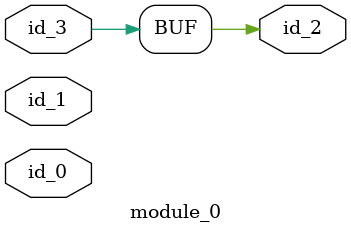
<source format=v>
module module_0 (
    input  id_0,
    input  id_1,
    output id_2,
    input  id_3
);
  assign id_2 = id_3;
endmodule

</source>
